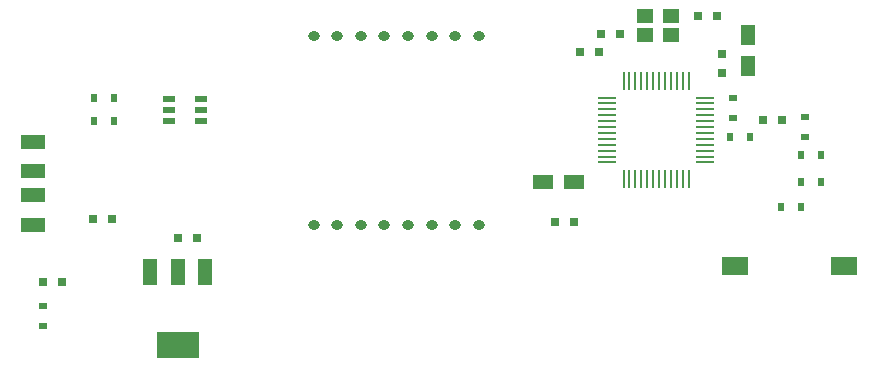
<source format=gtp>
G04*
G04 #@! TF.GenerationSoftware,Altium Limited,Altium Designer,19.1.5 (86)*
G04*
G04 Layer_Color=8421504*
%FSLAX44Y44*%
%MOMM*%
G71*
G01*
G75*
%ADD16R,1.4000X1.2000*%
%ADD17R,0.7000X0.7500*%
%ADD18R,2.0000X1.2000*%
%ADD19R,2.1800X1.6000*%
%ADD20R,1.0000X0.6000*%
%ADD21O,1.0000X0.8000*%
%ADD22R,1.2300X1.8000*%
%ADD23R,0.7500X0.7000*%
%ADD24R,0.7500X0.6000*%
%ADD25R,0.6000X0.7500*%
%ADD26R,1.8000X1.2300*%
%ADD27R,0.2800X1.5600*%
%ADD28R,1.5600X0.2800*%
%ADD29R,1.2192X2.2352*%
%ADD30R,3.6000X2.2000*%
D16*
X594750Y290750D02*
D03*
X572750D02*
D03*
Y306750D02*
D03*
X594750D02*
D03*
D17*
X105750Y135000D02*
D03*
X121750D02*
D03*
X634250Y306250D02*
D03*
X618250D02*
D03*
X689250Y218750D02*
D03*
X673250D02*
D03*
X193500Y118750D02*
D03*
X177500D02*
D03*
X513000Y132500D02*
D03*
X497000D02*
D03*
X79750Y81250D02*
D03*
X63750D02*
D03*
X518250Y276250D02*
D03*
X534250D02*
D03*
X551950Y291250D02*
D03*
X535950D02*
D03*
D18*
X54750Y130000D02*
D03*
Y155000D02*
D03*
Y175000D02*
D03*
Y200000D02*
D03*
D19*
X649250Y95000D02*
D03*
X741250D02*
D03*
D20*
X197500Y236500D02*
D03*
Y227000D02*
D03*
Y217500D02*
D03*
X170000D02*
D03*
Y227000D02*
D03*
Y236500D02*
D03*
D21*
X292500Y290000D02*
D03*
X312500D02*
D03*
X332500D02*
D03*
X352500D02*
D03*
X372500D02*
D03*
X392500D02*
D03*
X412500D02*
D03*
X432500D02*
D03*
Y130000D02*
D03*
X412500D02*
D03*
X392500D02*
D03*
X372500D02*
D03*
X352430D02*
D03*
X332500D02*
D03*
X312500D02*
D03*
X292500D02*
D03*
D22*
X660000Y290600D02*
D03*
Y264400D02*
D03*
D23*
X638750Y258250D02*
D03*
Y274250D02*
D03*
D24*
X708750Y204250D02*
D03*
Y220750D02*
D03*
X647500Y220500D02*
D03*
Y237000D02*
D03*
X63750Y60750D02*
D03*
Y44250D02*
D03*
D25*
X722000Y166250D02*
D03*
X705500D02*
D03*
X662000Y203750D02*
D03*
X645500D02*
D03*
X688500Y145000D02*
D03*
X705000D02*
D03*
X722000Y188750D02*
D03*
X705500D02*
D03*
X123250Y237500D02*
D03*
X106750D02*
D03*
X123250Y217500D02*
D03*
X106750D02*
D03*
D26*
X486900Y166250D02*
D03*
X513100D02*
D03*
D27*
X610000Y168200D02*
D03*
X605000D02*
D03*
X600000D02*
D03*
X595000D02*
D03*
X590000D02*
D03*
X585000D02*
D03*
X580000D02*
D03*
X575000D02*
D03*
X570000D02*
D03*
X565000D02*
D03*
X560000D02*
D03*
X555000D02*
D03*
Y251800D02*
D03*
X560000D02*
D03*
X565000D02*
D03*
X570000D02*
D03*
X575000D02*
D03*
X580000D02*
D03*
X585000D02*
D03*
X590000D02*
D03*
X595000D02*
D03*
X600000D02*
D03*
X605000D02*
D03*
X610000D02*
D03*
D28*
X624300Y237500D02*
D03*
Y232500D02*
D03*
Y227500D02*
D03*
Y222500D02*
D03*
Y217500D02*
D03*
Y212500D02*
D03*
Y207500D02*
D03*
Y202500D02*
D03*
Y197500D02*
D03*
Y192500D02*
D03*
Y187500D02*
D03*
Y182500D02*
D03*
X540700D02*
D03*
Y187500D02*
D03*
Y192500D02*
D03*
Y197500D02*
D03*
Y202500D02*
D03*
Y207500D02*
D03*
Y212500D02*
D03*
Y217500D02*
D03*
Y222500D02*
D03*
Y227500D02*
D03*
Y232500D02*
D03*
Y237500D02*
D03*
D29*
X200614Y89738D02*
D03*
X177500D02*
D03*
X154386D02*
D03*
D30*
X177500Y27760D02*
D03*
M02*

</source>
